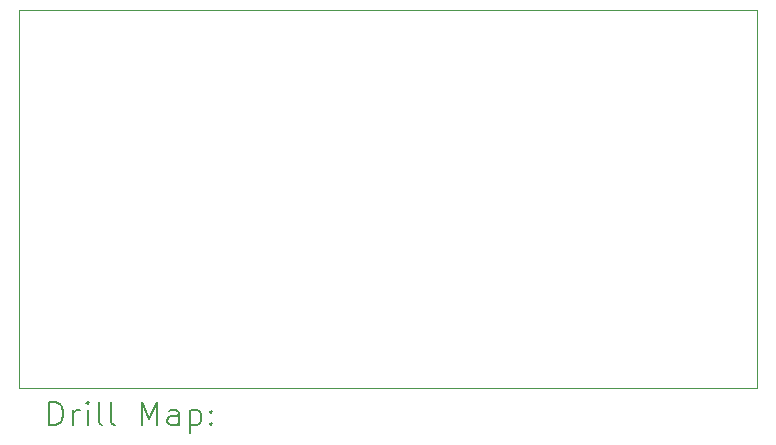
<source format=gbr>
%TF.GenerationSoftware,KiCad,Pcbnew,8.0.8*%
%TF.CreationDate,2025-03-12T12:04:05+11:00*%
%TF.ProjectId,PCB_BackDesign,5043425f-4261-4636-9b44-657369676e2e,rev?*%
%TF.SameCoordinates,Original*%
%TF.FileFunction,Drillmap*%
%TF.FilePolarity,Positive*%
%FSLAX45Y45*%
G04 Gerber Fmt 4.5, Leading zero omitted, Abs format (unit mm)*
G04 Created by KiCad (PCBNEW 8.0.8) date 2025-03-12 12:04:05*
%MOMM*%
%LPD*%
G01*
G04 APERTURE LIST*
%ADD10C,0.050000*%
%ADD11C,0.200000*%
G04 APERTURE END LIST*
D10*
X17200000Y-6700000D02*
X17200000Y-9900000D01*
X10950000Y-6700000D02*
X17200000Y-6700000D01*
X17200000Y-9900000D02*
X10950000Y-9900000D01*
X10950000Y-9900000D02*
X10950000Y-6700000D01*
D11*
X11208277Y-10213984D02*
X11208277Y-10013984D01*
X11208277Y-10013984D02*
X11255896Y-10013984D01*
X11255896Y-10013984D02*
X11284467Y-10023508D01*
X11284467Y-10023508D02*
X11303515Y-10042555D01*
X11303515Y-10042555D02*
X11313039Y-10061603D01*
X11313039Y-10061603D02*
X11322562Y-10099698D01*
X11322562Y-10099698D02*
X11322562Y-10128270D01*
X11322562Y-10128270D02*
X11313039Y-10166365D01*
X11313039Y-10166365D02*
X11303515Y-10185412D01*
X11303515Y-10185412D02*
X11284467Y-10204460D01*
X11284467Y-10204460D02*
X11255896Y-10213984D01*
X11255896Y-10213984D02*
X11208277Y-10213984D01*
X11408277Y-10213984D02*
X11408277Y-10080650D01*
X11408277Y-10118746D02*
X11417801Y-10099698D01*
X11417801Y-10099698D02*
X11427324Y-10090174D01*
X11427324Y-10090174D02*
X11446372Y-10080650D01*
X11446372Y-10080650D02*
X11465420Y-10080650D01*
X11532086Y-10213984D02*
X11532086Y-10080650D01*
X11532086Y-10013984D02*
X11522562Y-10023508D01*
X11522562Y-10023508D02*
X11532086Y-10033031D01*
X11532086Y-10033031D02*
X11541610Y-10023508D01*
X11541610Y-10023508D02*
X11532086Y-10013984D01*
X11532086Y-10013984D02*
X11532086Y-10033031D01*
X11655896Y-10213984D02*
X11636848Y-10204460D01*
X11636848Y-10204460D02*
X11627324Y-10185412D01*
X11627324Y-10185412D02*
X11627324Y-10013984D01*
X11760658Y-10213984D02*
X11741610Y-10204460D01*
X11741610Y-10204460D02*
X11732086Y-10185412D01*
X11732086Y-10185412D02*
X11732086Y-10013984D01*
X11989229Y-10213984D02*
X11989229Y-10013984D01*
X11989229Y-10013984D02*
X12055896Y-10156841D01*
X12055896Y-10156841D02*
X12122562Y-10013984D01*
X12122562Y-10013984D02*
X12122562Y-10213984D01*
X12303515Y-10213984D02*
X12303515Y-10109222D01*
X12303515Y-10109222D02*
X12293991Y-10090174D01*
X12293991Y-10090174D02*
X12274943Y-10080650D01*
X12274943Y-10080650D02*
X12236848Y-10080650D01*
X12236848Y-10080650D02*
X12217801Y-10090174D01*
X12303515Y-10204460D02*
X12284467Y-10213984D01*
X12284467Y-10213984D02*
X12236848Y-10213984D01*
X12236848Y-10213984D02*
X12217801Y-10204460D01*
X12217801Y-10204460D02*
X12208277Y-10185412D01*
X12208277Y-10185412D02*
X12208277Y-10166365D01*
X12208277Y-10166365D02*
X12217801Y-10147317D01*
X12217801Y-10147317D02*
X12236848Y-10137793D01*
X12236848Y-10137793D02*
X12284467Y-10137793D01*
X12284467Y-10137793D02*
X12303515Y-10128270D01*
X12398753Y-10080650D02*
X12398753Y-10280650D01*
X12398753Y-10090174D02*
X12417801Y-10080650D01*
X12417801Y-10080650D02*
X12455896Y-10080650D01*
X12455896Y-10080650D02*
X12474943Y-10090174D01*
X12474943Y-10090174D02*
X12484467Y-10099698D01*
X12484467Y-10099698D02*
X12493991Y-10118746D01*
X12493991Y-10118746D02*
X12493991Y-10175889D01*
X12493991Y-10175889D02*
X12484467Y-10194936D01*
X12484467Y-10194936D02*
X12474943Y-10204460D01*
X12474943Y-10204460D02*
X12455896Y-10213984D01*
X12455896Y-10213984D02*
X12417801Y-10213984D01*
X12417801Y-10213984D02*
X12398753Y-10204460D01*
X12579705Y-10194936D02*
X12589229Y-10204460D01*
X12589229Y-10204460D02*
X12579705Y-10213984D01*
X12579705Y-10213984D02*
X12570182Y-10204460D01*
X12570182Y-10204460D02*
X12579705Y-10194936D01*
X12579705Y-10194936D02*
X12579705Y-10213984D01*
X12579705Y-10090174D02*
X12589229Y-10099698D01*
X12589229Y-10099698D02*
X12579705Y-10109222D01*
X12579705Y-10109222D02*
X12570182Y-10099698D01*
X12570182Y-10099698D02*
X12579705Y-10090174D01*
X12579705Y-10090174D02*
X12579705Y-10109222D01*
M02*

</source>
